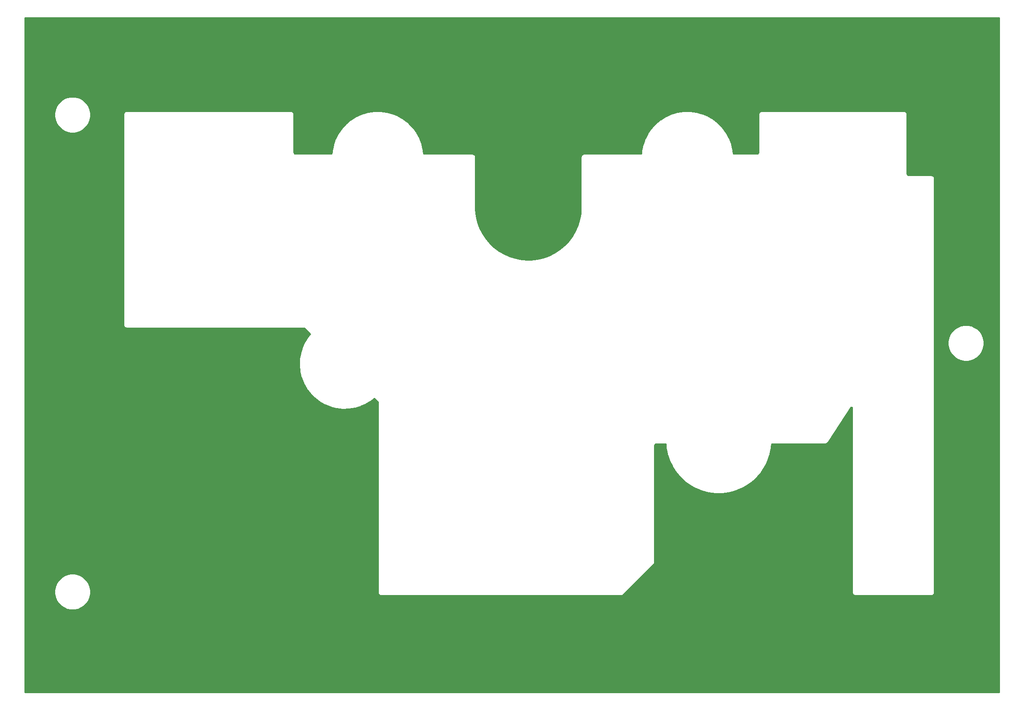
<source format=gbr>
G04 #@! TF.GenerationSoftware,KiCad,Pcbnew,(5.1.5-0-10_14)*
G04 #@! TF.CreationDate,2020-01-19T15:53:38+01:00*
G04 #@! TF.ProjectId,PCB-Negative,5043422d-4e65-4676-9174-6976652e6b69,rev?*
G04 #@! TF.SameCoordinates,Original*
G04 #@! TF.FileFunction,Copper,L1,Top*
G04 #@! TF.FilePolarity,Positive*
%FSLAX46Y46*%
G04 Gerber Fmt 4.6, Leading zero omitted, Abs format (unit mm)*
G04 Created by KiCad (PCBNEW (5.1.5-0-10_14)) date 2020-01-19 15:53:38*
%MOMM*%
%LPD*%
G04 APERTURE LIST*
%ADD10C,0.254000*%
G04 APERTURE END LIST*
D10*
G36*
X244340001Y-158340000D02*
G01*
X48660000Y-158340000D01*
X48660000Y-137741257D01*
X54557624Y-137741257D01*
X54557624Y-138458743D01*
X54697598Y-139162442D01*
X54972168Y-139825312D01*
X55370782Y-140421879D01*
X55878121Y-140929218D01*
X56474688Y-141327832D01*
X57137558Y-141602402D01*
X57841257Y-141742376D01*
X58558743Y-141742376D01*
X59262442Y-141602402D01*
X59925312Y-141327832D01*
X60521879Y-140929218D01*
X61029218Y-140421879D01*
X61427832Y-139825312D01*
X61702402Y-139162442D01*
X61842376Y-138458743D01*
X61842376Y-137741257D01*
X61702402Y-137037558D01*
X61427832Y-136374688D01*
X61029218Y-135778121D01*
X60521879Y-135270782D01*
X59925312Y-134872168D01*
X59262442Y-134597598D01*
X58558743Y-134457624D01*
X57841257Y-134457624D01*
X57137558Y-134597598D01*
X56474688Y-134872168D01*
X55878121Y-135270782D01*
X55370782Y-135778121D01*
X54972168Y-136374688D01*
X54697598Y-137037558D01*
X54557624Y-137741257D01*
X48660000Y-137741257D01*
X48660000Y-41841257D01*
X54557624Y-41841257D01*
X54557624Y-42558743D01*
X54697598Y-43262442D01*
X54972168Y-43925312D01*
X55370782Y-44521879D01*
X55878121Y-45029218D01*
X56474688Y-45427832D01*
X57137558Y-45702402D01*
X57841257Y-45842376D01*
X58558743Y-45842376D01*
X59262442Y-45702402D01*
X59925312Y-45427832D01*
X60521879Y-45029218D01*
X61029218Y-44521879D01*
X61427832Y-43925312D01*
X61702402Y-43262442D01*
X61842376Y-42558743D01*
X61842376Y-42100000D01*
X68436807Y-42100000D01*
X68440000Y-42132419D01*
X68440001Y-64767572D01*
X68440000Y-64767582D01*
X68440001Y-84367571D01*
X68436807Y-84400000D01*
X68449550Y-84529383D01*
X68487290Y-84653793D01*
X68548575Y-84768450D01*
X68631052Y-84868948D01*
X68731550Y-84951425D01*
X68846207Y-85012710D01*
X68970617Y-85050450D01*
X69067581Y-85060000D01*
X69100000Y-85063193D01*
X69132419Y-85060000D01*
X104727266Y-85060000D01*
X105950042Y-86278692D01*
X105588181Y-86694862D01*
X105563200Y-86727884D01*
X105537831Y-86760699D01*
X105534016Y-86766462D01*
X104901868Y-87732226D01*
X104881564Y-87768396D01*
X104860919Y-87804289D01*
X104857921Y-87810516D01*
X104362692Y-88853137D01*
X104347489Y-88891718D01*
X104331903Y-88930089D01*
X104329783Y-88936652D01*
X104329777Y-88936666D01*
X104329774Y-88936680D01*
X103980630Y-90036851D01*
X103970818Y-90077076D01*
X103960568Y-90117270D01*
X103959359Y-90124055D01*
X103959355Y-90124073D01*
X103959353Y-90124090D01*
X103762751Y-91261464D01*
X103758491Y-91302640D01*
X103753789Y-91343862D01*
X103753511Y-91350768D01*
X103713087Y-92504318D01*
X103714456Y-92545755D01*
X103715391Y-92587169D01*
X103716051Y-92594033D01*
X103716052Y-92594049D01*
X103716054Y-92594063D01*
X103832557Y-93742412D01*
X103839531Y-93783245D01*
X103846083Y-93824184D01*
X103847669Y-93830895D01*
X103847672Y-93830910D01*
X103847676Y-93830924D01*
X104118950Y-94952836D01*
X104131396Y-94992328D01*
X104143449Y-95032016D01*
X104145932Y-95038450D01*
X104145936Y-95038464D01*
X104145942Y-95038476D01*
X104566967Y-96113195D01*
X104584653Y-96150623D01*
X104601985Y-96188317D01*
X104605325Y-96194368D01*
X105168317Y-97202014D01*
X105190939Y-97236726D01*
X105213207Y-97271689D01*
X105217332Y-97277223D01*
X105217337Y-97277231D01*
X105217343Y-97277238D01*
X105911873Y-98199146D01*
X105938985Y-98230453D01*
X105965803Y-98262084D01*
X105970647Y-98267014D01*
X106783876Y-99086142D01*
X106814986Y-99113479D01*
X106845850Y-99141179D01*
X106851318Y-99145406D01*
X107768191Y-99846586D01*
X107802741Y-99869460D01*
X107837060Y-99892702D01*
X107843051Y-99896148D01*
X108846603Y-100466407D01*
X108883932Y-100484378D01*
X108921094Y-100502750D01*
X108927484Y-100505345D01*
X108927497Y-100505351D01*
X108927510Y-100505355D01*
X109999156Y-100934137D01*
X110038614Y-100946887D01*
X110077891Y-100960034D01*
X110084587Y-100961742D01*
X111204525Y-101241119D01*
X111245307Y-101248389D01*
X111286044Y-101256091D01*
X111292911Y-101256874D01*
X112440402Y-101381674D01*
X112481799Y-101383342D01*
X112523200Y-101385444D01*
X112530109Y-101385288D01*
X113683920Y-101353201D01*
X113725178Y-101349233D01*
X113766464Y-101345699D01*
X113773288Y-101344607D01*
X114912070Y-101156226D01*
X114952421Y-101146693D01*
X114992832Y-101137591D01*
X114999445Y-101135583D01*
X116102124Y-100794395D01*
X116140789Y-100779481D01*
X116179610Y-100764972D01*
X116185881Y-100762088D01*
X116185888Y-100762085D01*
X116185894Y-100762082D01*
X117232061Y-100274402D01*
X117268311Y-100254397D01*
X117304836Y-100234736D01*
X117310665Y-100231023D01*
X118280972Y-99605872D01*
X118314218Y-99581098D01*
X118347691Y-99556695D01*
X118352963Y-99552226D01*
X118782358Y-99184281D01*
X119540000Y-99887806D01*
X119540001Y-107767572D01*
X119540000Y-107767582D01*
X119540001Y-138167571D01*
X119536807Y-138200000D01*
X119549550Y-138329383D01*
X119587290Y-138453793D01*
X119648575Y-138568450D01*
X119731052Y-138668948D01*
X119831550Y-138751425D01*
X119946207Y-138812710D01*
X120070617Y-138850450D01*
X120167581Y-138860000D01*
X120200000Y-138863193D01*
X120232419Y-138860000D01*
X168367591Y-138860000D01*
X168400000Y-138863192D01*
X168432409Y-138860000D01*
X168432419Y-138860000D01*
X168529383Y-138850450D01*
X168653793Y-138812710D01*
X168768450Y-138751425D01*
X168868948Y-138668948D01*
X168889616Y-138643764D01*
X174943770Y-132589611D01*
X174968948Y-132568948D01*
X175051425Y-132468450D01*
X175112710Y-132353793D01*
X175150450Y-132229383D01*
X175160000Y-132132419D01*
X175160000Y-132132412D01*
X175163192Y-132100000D01*
X175160000Y-132067588D01*
X175160000Y-108632276D01*
X175167675Y-108554001D01*
X175181035Y-108509750D01*
X175202736Y-108468937D01*
X175231949Y-108433117D01*
X175267566Y-108403653D01*
X175308220Y-108381672D01*
X175352377Y-108368003D01*
X175428518Y-108360000D01*
X177380218Y-108360000D01*
X177420155Y-108994773D01*
X177430543Y-109077003D01*
X177665858Y-110310571D01*
X177686470Y-110390850D01*
X177686476Y-110390864D01*
X178074533Y-111585182D01*
X178074537Y-111585197D01*
X178105049Y-111662260D01*
X178639747Y-112798551D01*
X178679676Y-112871183D01*
X178679684Y-112871194D01*
X179352567Y-113931487D01*
X179352573Y-113931499D01*
X179401291Y-113998553D01*
X180201775Y-114966171D01*
X180258513Y-115026591D01*
X180258522Y-115026598D01*
X181173959Y-115886251D01*
X181237822Y-115939084D01*
X181237833Y-115939091D01*
X182253786Y-116677224D01*
X182253793Y-116677230D01*
X182298205Y-116705415D01*
X182323775Y-116721642D01*
X182323781Y-116721645D01*
X183424238Y-117326627D01*
X183424250Y-117326634D01*
X183499245Y-117361924D01*
X184666862Y-117824216D01*
X184666867Y-117824218D01*
X184745694Y-117849830D01*
X185962052Y-118162138D01*
X186043467Y-118177669D01*
X187289375Y-118335063D01*
X187372095Y-118340267D01*
X188627905Y-118340267D01*
X188710625Y-118335063D01*
X189956531Y-118177669D01*
X189956533Y-118177669D01*
X190037949Y-118162138D01*
X191254306Y-117849830D01*
X191333133Y-117824218D01*
X191333138Y-117824216D01*
X192500750Y-117361926D01*
X192500756Y-117361924D01*
X192536046Y-117345317D01*
X192575750Y-117326634D01*
X192575755Y-117326631D01*
X193676213Y-116721648D01*
X193676226Y-116721642D01*
X193719037Y-116694472D01*
X193746207Y-116677230D01*
X193746214Y-116677224D01*
X194762179Y-115939083D01*
X194826042Y-115886251D01*
X194826049Y-115886243D01*
X195741478Y-115026598D01*
X195741487Y-115026591D01*
X195798225Y-114966171D01*
X196598701Y-113998562D01*
X196598709Y-113998553D01*
X196647426Y-113931499D01*
X197320319Y-112871190D01*
X197320324Y-112871183D01*
X197360253Y-112798551D01*
X197894951Y-111662261D01*
X197925463Y-111585197D01*
X197925467Y-111585182D01*
X198313524Y-110390864D01*
X198313530Y-110390850D01*
X198334142Y-110310570D01*
X198569457Y-109077003D01*
X198579845Y-108994773D01*
X198619782Y-108360000D01*
X209370164Y-108360000D01*
X209405159Y-108363172D01*
X209467135Y-108356581D01*
X209529383Y-108350450D01*
X209531867Y-108349697D01*
X209534439Y-108349423D01*
X209594010Y-108330845D01*
X209653793Y-108312710D01*
X209656077Y-108311489D01*
X209658553Y-108310717D01*
X209713374Y-108280863D01*
X209768450Y-108251425D01*
X209770456Y-108249779D01*
X209772729Y-108248541D01*
X209820678Y-108208562D01*
X209868948Y-108168948D01*
X209870593Y-108166943D01*
X209872582Y-108165285D01*
X209911778Y-108116760D01*
X209951425Y-108068450D01*
X209967996Y-108037447D01*
X214570738Y-101031557D01*
X214601953Y-100995821D01*
X214624059Y-100978759D01*
X214649054Y-100966318D01*
X214675986Y-100958969D01*
X214703839Y-100956991D01*
X214731541Y-100960460D01*
X214758046Y-100969245D01*
X214782339Y-100983010D01*
X214803491Y-101001228D01*
X214820709Y-101023216D01*
X214833322Y-101048119D01*
X214840000Y-101071936D01*
X214840001Y-138167571D01*
X214836807Y-138200000D01*
X214849550Y-138329383D01*
X214887290Y-138453793D01*
X214948575Y-138568450D01*
X215031052Y-138668948D01*
X215131550Y-138751425D01*
X215246207Y-138812710D01*
X215370617Y-138850450D01*
X215467581Y-138860000D01*
X215500000Y-138863193D01*
X215532419Y-138860000D01*
X230667581Y-138860000D01*
X230700000Y-138863193D01*
X230732419Y-138860000D01*
X230829383Y-138850450D01*
X230953793Y-138812710D01*
X231068450Y-138751425D01*
X231168948Y-138668948D01*
X231251425Y-138568450D01*
X231312710Y-138453793D01*
X231350450Y-138329383D01*
X231363193Y-138200000D01*
X231360000Y-138167581D01*
X231360000Y-87741257D01*
X234057624Y-87741257D01*
X234057624Y-88458743D01*
X234197598Y-89162442D01*
X234472168Y-89825312D01*
X234870782Y-90421879D01*
X235378121Y-90929218D01*
X235974688Y-91327832D01*
X236637558Y-91602402D01*
X237341257Y-91742376D01*
X238058743Y-91742376D01*
X238762442Y-91602402D01*
X239425312Y-91327832D01*
X240021879Y-90929218D01*
X240529218Y-90421879D01*
X240927832Y-89825312D01*
X241202402Y-89162442D01*
X241342376Y-88458743D01*
X241342376Y-87741257D01*
X241202402Y-87037558D01*
X240927832Y-86374688D01*
X240529218Y-85778121D01*
X240021879Y-85270782D01*
X239425312Y-84872168D01*
X238762442Y-84597598D01*
X238058743Y-84457624D01*
X237341257Y-84457624D01*
X236637558Y-84597598D01*
X235974688Y-84872168D01*
X235378121Y-85270782D01*
X234870782Y-85778121D01*
X234472168Y-86374688D01*
X234197598Y-87037558D01*
X234057624Y-87741257D01*
X231360000Y-87741257D01*
X231360000Y-55032419D01*
X231363193Y-55000000D01*
X231350450Y-54870617D01*
X231312710Y-54746207D01*
X231251425Y-54631550D01*
X231168948Y-54531052D01*
X231068450Y-54448575D01*
X230953793Y-54387290D01*
X230829383Y-54349550D01*
X230732419Y-54340000D01*
X230700000Y-54336807D01*
X230667581Y-54340000D01*
X226232279Y-54340000D01*
X226134576Y-54330420D01*
X226071643Y-54311420D01*
X226013594Y-54280554D01*
X225962657Y-54239011D01*
X225920752Y-54188356D01*
X225889485Y-54130529D01*
X225870044Y-54067728D01*
X225860000Y-53972165D01*
X225860000Y-42132419D01*
X225863193Y-42100000D01*
X225850450Y-41970617D01*
X225812710Y-41846207D01*
X225751425Y-41731550D01*
X225668948Y-41631052D01*
X225568450Y-41548575D01*
X225453793Y-41487290D01*
X225329383Y-41449550D01*
X225232419Y-41440000D01*
X225200000Y-41436807D01*
X225167581Y-41440000D01*
X196732419Y-41440000D01*
X196700000Y-41436807D01*
X196667581Y-41440000D01*
X196570617Y-41449550D01*
X196446207Y-41487290D01*
X196331550Y-41548575D01*
X196231052Y-41631052D01*
X196148575Y-41731550D01*
X196087290Y-41846207D01*
X196049550Y-41970617D01*
X196036807Y-42100000D01*
X196040000Y-42132419D01*
X196040001Y-49667711D01*
X196030420Y-49765424D01*
X196011420Y-49828357D01*
X195980554Y-49886406D01*
X195939011Y-49937343D01*
X195888356Y-49979248D01*
X195830529Y-50010515D01*
X195767728Y-50029956D01*
X195672165Y-50040000D01*
X190916713Y-50040000D01*
X190865707Y-49391903D01*
X190859653Y-49350904D01*
X190854029Y-49309846D01*
X190852595Y-49303101D01*
X190852593Y-49303086D01*
X190852589Y-49303072D01*
X190603376Y-48160076D01*
X190591815Y-48120282D01*
X190580670Y-48080363D01*
X190578333Y-48073875D01*
X190578329Y-48073861D01*
X190578323Y-48073848D01*
X190176293Y-46975249D01*
X190159431Y-46937377D01*
X190142978Y-46899356D01*
X190139783Y-46893244D01*
X190139777Y-46893231D01*
X190139770Y-46893220D01*
X189592362Y-45859346D01*
X189570497Y-45824081D01*
X189549055Y-45788676D01*
X189545052Y-45783042D01*
X188862389Y-44833017D01*
X188835953Y-44801061D01*
X188809892Y-44768878D01*
X188805169Y-44763849D01*
X188805162Y-44763840D01*
X188805154Y-44763833D01*
X187999880Y-43915251D01*
X187969362Y-43887188D01*
X187939164Y-43858830D01*
X187933801Y-43854488D01*
X187933794Y-43854481D01*
X187933786Y-43854476D01*
X187020797Y-43123033D01*
X186986795Y-43099400D01*
X186952986Y-43075374D01*
X186947082Y-43071799D01*
X186947075Y-43071794D01*
X186947068Y-43071791D01*
X185943255Y-42471021D01*
X185906377Y-42452231D01*
X185869603Y-42433006D01*
X185863261Y-42430262D01*
X184787196Y-41971281D01*
X184748110Y-41957670D01*
X184709066Y-41943613D01*
X184702414Y-41941756D01*
X184702406Y-41941754D01*
X183574009Y-41633060D01*
X183533400Y-41624872D01*
X183492847Y-41616252D01*
X183486003Y-41615314D01*
X183485999Y-41615314D01*
X182326145Y-41462616D01*
X182284782Y-41460014D01*
X182243454Y-41456979D01*
X182236542Y-41456979D01*
X181066696Y-41463104D01*
X181025374Y-41466138D01*
X180984004Y-41468741D01*
X180977157Y-41469679D01*
X179818964Y-41634515D01*
X179778403Y-41643136D01*
X179737802Y-41651323D01*
X179731161Y-41653178D01*
X179731146Y-41653181D01*
X179731133Y-41653186D01*
X178606041Y-41973676D01*
X178567043Y-41987716D01*
X178527911Y-42001343D01*
X178521577Y-42004084D01*
X178521569Y-42004087D01*
X178521562Y-42004090D01*
X177450368Y-42474312D01*
X177413654Y-42493506D01*
X177376716Y-42512326D01*
X177370817Y-42515900D01*
X177370805Y-42515906D01*
X177370795Y-42515913D01*
X176373333Y-43127159D01*
X176339583Y-43151143D01*
X176305521Y-43174817D01*
X176300161Y-43179159D01*
X176300151Y-43179166D01*
X176300143Y-43179174D01*
X175394864Y-43920136D01*
X175364697Y-43948464D01*
X175334147Y-43976556D01*
X175329417Y-43981594D01*
X174533067Y-44838569D01*
X174506967Y-44870800D01*
X174480570Y-44902708D01*
X174476572Y-44908334D01*
X174476566Y-44908341D01*
X174476562Y-44908348D01*
X173803888Y-45865464D01*
X173782417Y-45900918D01*
X173760582Y-45936134D01*
X173757380Y-45942259D01*
X173220823Y-46981819D01*
X173204364Y-47019851D01*
X173187507Y-47057714D01*
X173185166Y-47064216D01*
X172794659Y-48166978D01*
X172783523Y-48206861D01*
X172771952Y-48246691D01*
X172770515Y-48253451D01*
X172533282Y-49399007D01*
X172527660Y-49440050D01*
X172521603Y-49481063D01*
X172521097Y-49487956D01*
X172483462Y-50040000D01*
X161032419Y-50040000D01*
X161000000Y-50036807D01*
X160954432Y-50041295D01*
X160870617Y-50049550D01*
X160746207Y-50087290D01*
X160631550Y-50148575D01*
X160531052Y-50231052D01*
X160448575Y-50331550D01*
X160387290Y-50446207D01*
X160349550Y-50570617D01*
X160336807Y-50700000D01*
X160340000Y-50732419D01*
X160340001Y-58067572D01*
X160340000Y-58067582D01*
X160340001Y-60780686D01*
X160266897Y-62029575D01*
X160051959Y-63242363D01*
X159696993Y-64421784D01*
X159206847Y-65551739D01*
X158588214Y-66616793D01*
X157849547Y-67602395D01*
X157000932Y-68495087D01*
X156053970Y-69282668D01*
X155021574Y-69954395D01*
X153917861Y-70501083D01*
X152757912Y-70915263D01*
X151557556Y-71191285D01*
X150322293Y-71326568D01*
X149791635Y-71340000D01*
X149719298Y-71340000D01*
X148470425Y-71266897D01*
X147257637Y-71051959D01*
X146078216Y-70696993D01*
X144948261Y-70206847D01*
X143883207Y-69588214D01*
X142897605Y-68849547D01*
X142004913Y-68000932D01*
X141217332Y-67053970D01*
X140545605Y-66021574D01*
X139998917Y-64917861D01*
X139584737Y-63757912D01*
X139308715Y-62557556D01*
X139173432Y-61322293D01*
X139160000Y-60791635D01*
X139160000Y-50732419D01*
X139163193Y-50700000D01*
X139150450Y-50570617D01*
X139112710Y-50446207D01*
X139051425Y-50331550D01*
X138968948Y-50231052D01*
X138868450Y-50148575D01*
X138753793Y-50087290D01*
X138629383Y-50049550D01*
X138532419Y-50040000D01*
X138500000Y-50036807D01*
X138467581Y-50040000D01*
X128716713Y-50040000D01*
X128665707Y-49391903D01*
X128659653Y-49350904D01*
X128654029Y-49309846D01*
X128652595Y-49303101D01*
X128652593Y-49303086D01*
X128652589Y-49303072D01*
X128403376Y-48160076D01*
X128391815Y-48120282D01*
X128380670Y-48080363D01*
X128378333Y-48073875D01*
X128378329Y-48073861D01*
X128378323Y-48073848D01*
X127976293Y-46975249D01*
X127959431Y-46937377D01*
X127942978Y-46899356D01*
X127939783Y-46893244D01*
X127939777Y-46893231D01*
X127939770Y-46893220D01*
X127392362Y-45859346D01*
X127370497Y-45824081D01*
X127349055Y-45788676D01*
X127345052Y-45783042D01*
X126662389Y-44833017D01*
X126635953Y-44801061D01*
X126609892Y-44768878D01*
X126605169Y-44763849D01*
X126605162Y-44763840D01*
X126605154Y-44763833D01*
X125799880Y-43915251D01*
X125769362Y-43887188D01*
X125739164Y-43858830D01*
X125733801Y-43854488D01*
X125733794Y-43854481D01*
X125733786Y-43854476D01*
X124820797Y-43123033D01*
X124786795Y-43099400D01*
X124752986Y-43075374D01*
X124747082Y-43071799D01*
X124747075Y-43071794D01*
X124747068Y-43071791D01*
X123743255Y-42471021D01*
X123706377Y-42452231D01*
X123669603Y-42433006D01*
X123663261Y-42430262D01*
X122587196Y-41971281D01*
X122548110Y-41957670D01*
X122509066Y-41943613D01*
X122502414Y-41941756D01*
X122502406Y-41941754D01*
X121374009Y-41633060D01*
X121333400Y-41624872D01*
X121292847Y-41616252D01*
X121286003Y-41615314D01*
X121285999Y-41615314D01*
X120126145Y-41462616D01*
X120084782Y-41460014D01*
X120043454Y-41456979D01*
X120036542Y-41456979D01*
X118866696Y-41463104D01*
X118825374Y-41466138D01*
X118784004Y-41468741D01*
X118777157Y-41469679D01*
X117618964Y-41634515D01*
X117578403Y-41643136D01*
X117537802Y-41651323D01*
X117531161Y-41653178D01*
X117531146Y-41653181D01*
X117531133Y-41653186D01*
X116406041Y-41973676D01*
X116367043Y-41987716D01*
X116327911Y-42001343D01*
X116321577Y-42004084D01*
X116321569Y-42004087D01*
X116321562Y-42004090D01*
X115250368Y-42474312D01*
X115213654Y-42493506D01*
X115176716Y-42512326D01*
X115170817Y-42515900D01*
X115170805Y-42515906D01*
X115170795Y-42515913D01*
X114173333Y-43127159D01*
X114139583Y-43151143D01*
X114105521Y-43174817D01*
X114100161Y-43179159D01*
X114100151Y-43179166D01*
X114100143Y-43179174D01*
X113194864Y-43920136D01*
X113164697Y-43948464D01*
X113134147Y-43976556D01*
X113129417Y-43981594D01*
X112333067Y-44838569D01*
X112306967Y-44870800D01*
X112280570Y-44902708D01*
X112276572Y-44908334D01*
X112276566Y-44908341D01*
X112276562Y-44908348D01*
X111603888Y-45865464D01*
X111582417Y-45900918D01*
X111560582Y-45936134D01*
X111557380Y-45942259D01*
X111020823Y-46981819D01*
X111004364Y-47019851D01*
X110987507Y-47057714D01*
X110985166Y-47064216D01*
X110594659Y-48166978D01*
X110583523Y-48206861D01*
X110571952Y-48246691D01*
X110570515Y-48253451D01*
X110333282Y-49399007D01*
X110327660Y-49440050D01*
X110321603Y-49481063D01*
X110321097Y-49487956D01*
X110283462Y-50040000D01*
X103032279Y-50040000D01*
X102934576Y-50030420D01*
X102871643Y-50011420D01*
X102813594Y-49980554D01*
X102762657Y-49939011D01*
X102720752Y-49888356D01*
X102689485Y-49830529D01*
X102670044Y-49767728D01*
X102660000Y-49672165D01*
X102660000Y-42132419D01*
X102663193Y-42100000D01*
X102650450Y-41970617D01*
X102612710Y-41846207D01*
X102551425Y-41731550D01*
X102468948Y-41631052D01*
X102368450Y-41548575D01*
X102253793Y-41487290D01*
X102129383Y-41449550D01*
X102032419Y-41440000D01*
X102000000Y-41436807D01*
X101967581Y-41440000D01*
X69132419Y-41440000D01*
X69100000Y-41436807D01*
X69067581Y-41440000D01*
X68970617Y-41449550D01*
X68846207Y-41487290D01*
X68731550Y-41548575D01*
X68631052Y-41631052D01*
X68548575Y-41731550D01*
X68487290Y-41846207D01*
X68449550Y-41970617D01*
X68436807Y-42100000D01*
X61842376Y-42100000D01*
X61842376Y-41841257D01*
X61702402Y-41137558D01*
X61427832Y-40474688D01*
X61029218Y-39878121D01*
X60521879Y-39370782D01*
X59925312Y-38972168D01*
X59262442Y-38697598D01*
X58558743Y-38557624D01*
X57841257Y-38557624D01*
X57137558Y-38697598D01*
X56474688Y-38972168D01*
X55878121Y-39370782D01*
X55370782Y-39878121D01*
X54972168Y-40474688D01*
X54697598Y-41137558D01*
X54557624Y-41841257D01*
X48660000Y-41841257D01*
X48660000Y-22660000D01*
X244340000Y-22660000D01*
X244340001Y-158340000D01*
G37*
X244340001Y-158340000D02*
X48660000Y-158340000D01*
X48660000Y-137741257D01*
X54557624Y-137741257D01*
X54557624Y-138458743D01*
X54697598Y-139162442D01*
X54972168Y-139825312D01*
X55370782Y-140421879D01*
X55878121Y-140929218D01*
X56474688Y-141327832D01*
X57137558Y-141602402D01*
X57841257Y-141742376D01*
X58558743Y-141742376D01*
X59262442Y-141602402D01*
X59925312Y-141327832D01*
X60521879Y-140929218D01*
X61029218Y-140421879D01*
X61427832Y-139825312D01*
X61702402Y-139162442D01*
X61842376Y-138458743D01*
X61842376Y-137741257D01*
X61702402Y-137037558D01*
X61427832Y-136374688D01*
X61029218Y-135778121D01*
X60521879Y-135270782D01*
X59925312Y-134872168D01*
X59262442Y-134597598D01*
X58558743Y-134457624D01*
X57841257Y-134457624D01*
X57137558Y-134597598D01*
X56474688Y-134872168D01*
X55878121Y-135270782D01*
X55370782Y-135778121D01*
X54972168Y-136374688D01*
X54697598Y-137037558D01*
X54557624Y-137741257D01*
X48660000Y-137741257D01*
X48660000Y-41841257D01*
X54557624Y-41841257D01*
X54557624Y-42558743D01*
X54697598Y-43262442D01*
X54972168Y-43925312D01*
X55370782Y-44521879D01*
X55878121Y-45029218D01*
X56474688Y-45427832D01*
X57137558Y-45702402D01*
X57841257Y-45842376D01*
X58558743Y-45842376D01*
X59262442Y-45702402D01*
X59925312Y-45427832D01*
X60521879Y-45029218D01*
X61029218Y-44521879D01*
X61427832Y-43925312D01*
X61702402Y-43262442D01*
X61842376Y-42558743D01*
X61842376Y-42100000D01*
X68436807Y-42100000D01*
X68440000Y-42132419D01*
X68440001Y-64767572D01*
X68440000Y-64767582D01*
X68440001Y-84367571D01*
X68436807Y-84400000D01*
X68449550Y-84529383D01*
X68487290Y-84653793D01*
X68548575Y-84768450D01*
X68631052Y-84868948D01*
X68731550Y-84951425D01*
X68846207Y-85012710D01*
X68970617Y-85050450D01*
X69067581Y-85060000D01*
X69100000Y-85063193D01*
X69132419Y-85060000D01*
X104727266Y-85060000D01*
X105950042Y-86278692D01*
X105588181Y-86694862D01*
X105563200Y-86727884D01*
X105537831Y-86760699D01*
X105534016Y-86766462D01*
X104901868Y-87732226D01*
X104881564Y-87768396D01*
X104860919Y-87804289D01*
X104857921Y-87810516D01*
X104362692Y-88853137D01*
X104347489Y-88891718D01*
X104331903Y-88930089D01*
X104329783Y-88936652D01*
X104329777Y-88936666D01*
X104329774Y-88936680D01*
X103980630Y-90036851D01*
X103970818Y-90077076D01*
X103960568Y-90117270D01*
X103959359Y-90124055D01*
X103959355Y-90124073D01*
X103959353Y-90124090D01*
X103762751Y-91261464D01*
X103758491Y-91302640D01*
X103753789Y-91343862D01*
X103753511Y-91350768D01*
X103713087Y-92504318D01*
X103714456Y-92545755D01*
X103715391Y-92587169D01*
X103716051Y-92594033D01*
X103716052Y-92594049D01*
X103716054Y-92594063D01*
X103832557Y-93742412D01*
X103839531Y-93783245D01*
X103846083Y-93824184D01*
X103847669Y-93830895D01*
X103847672Y-93830910D01*
X103847676Y-93830924D01*
X104118950Y-94952836D01*
X104131396Y-94992328D01*
X104143449Y-95032016D01*
X104145932Y-95038450D01*
X104145936Y-95038464D01*
X104145942Y-95038476D01*
X104566967Y-96113195D01*
X104584653Y-96150623D01*
X104601985Y-96188317D01*
X104605325Y-96194368D01*
X105168317Y-97202014D01*
X105190939Y-97236726D01*
X105213207Y-97271689D01*
X105217332Y-97277223D01*
X105217337Y-97277231D01*
X105217343Y-97277238D01*
X105911873Y-98199146D01*
X105938985Y-98230453D01*
X105965803Y-98262084D01*
X105970647Y-98267014D01*
X106783876Y-99086142D01*
X106814986Y-99113479D01*
X106845850Y-99141179D01*
X106851318Y-99145406D01*
X107768191Y-99846586D01*
X107802741Y-99869460D01*
X107837060Y-99892702D01*
X107843051Y-99896148D01*
X108846603Y-100466407D01*
X108883932Y-100484378D01*
X108921094Y-100502750D01*
X108927484Y-100505345D01*
X108927497Y-100505351D01*
X108927510Y-100505355D01*
X109999156Y-100934137D01*
X110038614Y-100946887D01*
X110077891Y-100960034D01*
X110084587Y-100961742D01*
X111204525Y-101241119D01*
X111245307Y-101248389D01*
X111286044Y-101256091D01*
X111292911Y-101256874D01*
X112440402Y-101381674D01*
X112481799Y-101383342D01*
X112523200Y-101385444D01*
X112530109Y-101385288D01*
X113683920Y-101353201D01*
X113725178Y-101349233D01*
X113766464Y-101345699D01*
X113773288Y-101344607D01*
X114912070Y-101156226D01*
X114952421Y-101146693D01*
X114992832Y-101137591D01*
X114999445Y-101135583D01*
X116102124Y-100794395D01*
X116140789Y-100779481D01*
X116179610Y-100764972D01*
X116185881Y-100762088D01*
X116185888Y-100762085D01*
X116185894Y-100762082D01*
X117232061Y-100274402D01*
X117268311Y-100254397D01*
X117304836Y-100234736D01*
X117310665Y-100231023D01*
X118280972Y-99605872D01*
X118314218Y-99581098D01*
X118347691Y-99556695D01*
X118352963Y-99552226D01*
X118782358Y-99184281D01*
X119540000Y-99887806D01*
X119540001Y-107767572D01*
X119540000Y-107767582D01*
X119540001Y-138167571D01*
X119536807Y-138200000D01*
X119549550Y-138329383D01*
X119587290Y-138453793D01*
X119648575Y-138568450D01*
X119731052Y-138668948D01*
X119831550Y-138751425D01*
X119946207Y-138812710D01*
X120070617Y-138850450D01*
X120167581Y-138860000D01*
X120200000Y-138863193D01*
X120232419Y-138860000D01*
X168367591Y-138860000D01*
X168400000Y-138863192D01*
X168432409Y-138860000D01*
X168432419Y-138860000D01*
X168529383Y-138850450D01*
X168653793Y-138812710D01*
X168768450Y-138751425D01*
X168868948Y-138668948D01*
X168889616Y-138643764D01*
X174943770Y-132589611D01*
X174968948Y-132568948D01*
X175051425Y-132468450D01*
X175112710Y-132353793D01*
X175150450Y-132229383D01*
X175160000Y-132132419D01*
X175160000Y-132132412D01*
X175163192Y-132100000D01*
X175160000Y-132067588D01*
X175160000Y-108632276D01*
X175167675Y-108554001D01*
X175181035Y-108509750D01*
X175202736Y-108468937D01*
X175231949Y-108433117D01*
X175267566Y-108403653D01*
X175308220Y-108381672D01*
X175352377Y-108368003D01*
X175428518Y-108360000D01*
X177380218Y-108360000D01*
X177420155Y-108994773D01*
X177430543Y-109077003D01*
X177665858Y-110310571D01*
X177686470Y-110390850D01*
X177686476Y-110390864D01*
X178074533Y-111585182D01*
X178074537Y-111585197D01*
X178105049Y-111662260D01*
X178639747Y-112798551D01*
X178679676Y-112871183D01*
X178679684Y-112871194D01*
X179352567Y-113931487D01*
X179352573Y-113931499D01*
X179401291Y-113998553D01*
X180201775Y-114966171D01*
X180258513Y-115026591D01*
X180258522Y-115026598D01*
X181173959Y-115886251D01*
X181237822Y-115939084D01*
X181237833Y-115939091D01*
X182253786Y-116677224D01*
X182253793Y-116677230D01*
X182298205Y-116705415D01*
X182323775Y-116721642D01*
X182323781Y-116721645D01*
X183424238Y-117326627D01*
X183424250Y-117326634D01*
X183499245Y-117361924D01*
X184666862Y-117824216D01*
X184666867Y-117824218D01*
X184745694Y-117849830D01*
X185962052Y-118162138D01*
X186043467Y-118177669D01*
X187289375Y-118335063D01*
X187372095Y-118340267D01*
X188627905Y-118340267D01*
X188710625Y-118335063D01*
X189956531Y-118177669D01*
X189956533Y-118177669D01*
X190037949Y-118162138D01*
X191254306Y-117849830D01*
X191333133Y-117824218D01*
X191333138Y-117824216D01*
X192500750Y-117361926D01*
X192500756Y-117361924D01*
X192536046Y-117345317D01*
X192575750Y-117326634D01*
X192575755Y-117326631D01*
X193676213Y-116721648D01*
X193676226Y-116721642D01*
X193719037Y-116694472D01*
X193746207Y-116677230D01*
X193746214Y-116677224D01*
X194762179Y-115939083D01*
X194826042Y-115886251D01*
X194826049Y-115886243D01*
X195741478Y-115026598D01*
X195741487Y-115026591D01*
X195798225Y-114966171D01*
X196598701Y-113998562D01*
X196598709Y-113998553D01*
X196647426Y-113931499D01*
X197320319Y-112871190D01*
X197320324Y-112871183D01*
X197360253Y-112798551D01*
X197894951Y-111662261D01*
X197925463Y-111585197D01*
X197925467Y-111585182D01*
X198313524Y-110390864D01*
X198313530Y-110390850D01*
X198334142Y-110310570D01*
X198569457Y-109077003D01*
X198579845Y-108994773D01*
X198619782Y-108360000D01*
X209370164Y-108360000D01*
X209405159Y-108363172D01*
X209467135Y-108356581D01*
X209529383Y-108350450D01*
X209531867Y-108349697D01*
X209534439Y-108349423D01*
X209594010Y-108330845D01*
X209653793Y-108312710D01*
X209656077Y-108311489D01*
X209658553Y-108310717D01*
X209713374Y-108280863D01*
X209768450Y-108251425D01*
X209770456Y-108249779D01*
X209772729Y-108248541D01*
X209820678Y-108208562D01*
X209868948Y-108168948D01*
X209870593Y-108166943D01*
X209872582Y-108165285D01*
X209911778Y-108116760D01*
X209951425Y-108068450D01*
X209967996Y-108037447D01*
X214570738Y-101031557D01*
X214601953Y-100995821D01*
X214624059Y-100978759D01*
X214649054Y-100966318D01*
X214675986Y-100958969D01*
X214703839Y-100956991D01*
X214731541Y-100960460D01*
X214758046Y-100969245D01*
X214782339Y-100983010D01*
X214803491Y-101001228D01*
X214820709Y-101023216D01*
X214833322Y-101048119D01*
X214840000Y-101071936D01*
X214840001Y-138167571D01*
X214836807Y-138200000D01*
X214849550Y-138329383D01*
X214887290Y-138453793D01*
X214948575Y-138568450D01*
X215031052Y-138668948D01*
X215131550Y-138751425D01*
X215246207Y-138812710D01*
X215370617Y-138850450D01*
X215467581Y-138860000D01*
X215500000Y-138863193D01*
X215532419Y-138860000D01*
X230667581Y-138860000D01*
X230700000Y-138863193D01*
X230732419Y-138860000D01*
X230829383Y-138850450D01*
X230953793Y-138812710D01*
X231068450Y-138751425D01*
X231168948Y-138668948D01*
X231251425Y-138568450D01*
X231312710Y-138453793D01*
X231350450Y-138329383D01*
X231363193Y-138200000D01*
X231360000Y-138167581D01*
X231360000Y-87741257D01*
X234057624Y-87741257D01*
X234057624Y-88458743D01*
X234197598Y-89162442D01*
X234472168Y-89825312D01*
X234870782Y-90421879D01*
X235378121Y-90929218D01*
X235974688Y-91327832D01*
X236637558Y-91602402D01*
X237341257Y-91742376D01*
X238058743Y-91742376D01*
X238762442Y-91602402D01*
X239425312Y-91327832D01*
X240021879Y-90929218D01*
X240529218Y-90421879D01*
X240927832Y-89825312D01*
X241202402Y-89162442D01*
X241342376Y-88458743D01*
X241342376Y-87741257D01*
X241202402Y-87037558D01*
X240927832Y-86374688D01*
X240529218Y-85778121D01*
X240021879Y-85270782D01*
X239425312Y-84872168D01*
X238762442Y-84597598D01*
X238058743Y-84457624D01*
X237341257Y-84457624D01*
X236637558Y-84597598D01*
X235974688Y-84872168D01*
X235378121Y-85270782D01*
X234870782Y-85778121D01*
X234472168Y-86374688D01*
X234197598Y-87037558D01*
X234057624Y-87741257D01*
X231360000Y-87741257D01*
X231360000Y-55032419D01*
X231363193Y-55000000D01*
X231350450Y-54870617D01*
X231312710Y-54746207D01*
X231251425Y-54631550D01*
X231168948Y-54531052D01*
X231068450Y-54448575D01*
X230953793Y-54387290D01*
X230829383Y-54349550D01*
X230732419Y-54340000D01*
X230700000Y-54336807D01*
X230667581Y-54340000D01*
X226232279Y-54340000D01*
X226134576Y-54330420D01*
X226071643Y-54311420D01*
X226013594Y-54280554D01*
X225962657Y-54239011D01*
X225920752Y-54188356D01*
X225889485Y-54130529D01*
X225870044Y-54067728D01*
X225860000Y-53972165D01*
X225860000Y-42132419D01*
X225863193Y-42100000D01*
X225850450Y-41970617D01*
X225812710Y-41846207D01*
X225751425Y-41731550D01*
X225668948Y-41631052D01*
X225568450Y-41548575D01*
X225453793Y-41487290D01*
X225329383Y-41449550D01*
X225232419Y-41440000D01*
X225200000Y-41436807D01*
X225167581Y-41440000D01*
X196732419Y-41440000D01*
X196700000Y-41436807D01*
X196667581Y-41440000D01*
X196570617Y-41449550D01*
X196446207Y-41487290D01*
X196331550Y-41548575D01*
X196231052Y-41631052D01*
X196148575Y-41731550D01*
X196087290Y-41846207D01*
X196049550Y-41970617D01*
X196036807Y-42100000D01*
X196040000Y-42132419D01*
X196040001Y-49667711D01*
X196030420Y-49765424D01*
X196011420Y-49828357D01*
X195980554Y-49886406D01*
X195939011Y-49937343D01*
X195888356Y-49979248D01*
X195830529Y-50010515D01*
X195767728Y-50029956D01*
X195672165Y-50040000D01*
X190916713Y-50040000D01*
X190865707Y-49391903D01*
X190859653Y-49350904D01*
X190854029Y-49309846D01*
X190852595Y-49303101D01*
X190852593Y-49303086D01*
X190852589Y-49303072D01*
X190603376Y-48160076D01*
X190591815Y-48120282D01*
X190580670Y-48080363D01*
X190578333Y-48073875D01*
X190578329Y-48073861D01*
X190578323Y-48073848D01*
X190176293Y-46975249D01*
X190159431Y-46937377D01*
X190142978Y-46899356D01*
X190139783Y-46893244D01*
X190139777Y-46893231D01*
X190139770Y-46893220D01*
X189592362Y-45859346D01*
X189570497Y-45824081D01*
X189549055Y-45788676D01*
X189545052Y-45783042D01*
X188862389Y-44833017D01*
X188835953Y-44801061D01*
X188809892Y-44768878D01*
X188805169Y-44763849D01*
X188805162Y-44763840D01*
X188805154Y-44763833D01*
X187999880Y-43915251D01*
X187969362Y-43887188D01*
X187939164Y-43858830D01*
X187933801Y-43854488D01*
X187933794Y-43854481D01*
X187933786Y-43854476D01*
X187020797Y-43123033D01*
X186986795Y-43099400D01*
X186952986Y-43075374D01*
X186947082Y-43071799D01*
X186947075Y-43071794D01*
X186947068Y-43071791D01*
X185943255Y-42471021D01*
X185906377Y-42452231D01*
X185869603Y-42433006D01*
X185863261Y-42430262D01*
X184787196Y-41971281D01*
X184748110Y-41957670D01*
X184709066Y-41943613D01*
X184702414Y-41941756D01*
X184702406Y-41941754D01*
X183574009Y-41633060D01*
X183533400Y-41624872D01*
X183492847Y-41616252D01*
X183486003Y-41615314D01*
X183485999Y-41615314D01*
X182326145Y-41462616D01*
X182284782Y-41460014D01*
X182243454Y-41456979D01*
X182236542Y-41456979D01*
X181066696Y-41463104D01*
X181025374Y-41466138D01*
X180984004Y-41468741D01*
X180977157Y-41469679D01*
X179818964Y-41634515D01*
X179778403Y-41643136D01*
X179737802Y-41651323D01*
X179731161Y-41653178D01*
X179731146Y-41653181D01*
X179731133Y-41653186D01*
X178606041Y-41973676D01*
X178567043Y-41987716D01*
X178527911Y-42001343D01*
X178521577Y-42004084D01*
X178521569Y-42004087D01*
X178521562Y-42004090D01*
X177450368Y-42474312D01*
X177413654Y-42493506D01*
X177376716Y-42512326D01*
X177370817Y-42515900D01*
X177370805Y-42515906D01*
X177370795Y-42515913D01*
X176373333Y-43127159D01*
X176339583Y-43151143D01*
X176305521Y-43174817D01*
X176300161Y-43179159D01*
X176300151Y-43179166D01*
X176300143Y-43179174D01*
X175394864Y-43920136D01*
X175364697Y-43948464D01*
X175334147Y-43976556D01*
X175329417Y-43981594D01*
X174533067Y-44838569D01*
X174506967Y-44870800D01*
X174480570Y-44902708D01*
X174476572Y-44908334D01*
X174476566Y-44908341D01*
X174476562Y-44908348D01*
X173803888Y-45865464D01*
X173782417Y-45900918D01*
X173760582Y-45936134D01*
X173757380Y-45942259D01*
X173220823Y-46981819D01*
X173204364Y-47019851D01*
X173187507Y-47057714D01*
X173185166Y-47064216D01*
X172794659Y-48166978D01*
X172783523Y-48206861D01*
X172771952Y-48246691D01*
X172770515Y-48253451D01*
X172533282Y-49399007D01*
X172527660Y-49440050D01*
X172521603Y-49481063D01*
X172521097Y-49487956D01*
X172483462Y-50040000D01*
X161032419Y-50040000D01*
X161000000Y-50036807D01*
X160954432Y-50041295D01*
X160870617Y-50049550D01*
X160746207Y-50087290D01*
X160631550Y-50148575D01*
X160531052Y-50231052D01*
X160448575Y-50331550D01*
X160387290Y-50446207D01*
X160349550Y-50570617D01*
X160336807Y-50700000D01*
X160340000Y-50732419D01*
X160340001Y-58067572D01*
X160340000Y-58067582D01*
X160340001Y-60780686D01*
X160266897Y-62029575D01*
X160051959Y-63242363D01*
X159696993Y-64421784D01*
X159206847Y-65551739D01*
X158588214Y-66616793D01*
X157849547Y-67602395D01*
X157000932Y-68495087D01*
X156053970Y-69282668D01*
X155021574Y-69954395D01*
X153917861Y-70501083D01*
X152757912Y-70915263D01*
X151557556Y-71191285D01*
X150322293Y-71326568D01*
X149791635Y-71340000D01*
X149719298Y-71340000D01*
X148470425Y-71266897D01*
X147257637Y-71051959D01*
X146078216Y-70696993D01*
X144948261Y-70206847D01*
X143883207Y-69588214D01*
X142897605Y-68849547D01*
X142004913Y-68000932D01*
X141217332Y-67053970D01*
X140545605Y-66021574D01*
X139998917Y-64917861D01*
X139584737Y-63757912D01*
X139308715Y-62557556D01*
X139173432Y-61322293D01*
X139160000Y-60791635D01*
X139160000Y-50732419D01*
X139163193Y-50700000D01*
X139150450Y-50570617D01*
X139112710Y-50446207D01*
X139051425Y-50331550D01*
X138968948Y-50231052D01*
X138868450Y-50148575D01*
X138753793Y-50087290D01*
X138629383Y-50049550D01*
X138532419Y-50040000D01*
X138500000Y-50036807D01*
X138467581Y-50040000D01*
X128716713Y-50040000D01*
X128665707Y-49391903D01*
X128659653Y-49350904D01*
X128654029Y-49309846D01*
X128652595Y-49303101D01*
X128652593Y-49303086D01*
X128652589Y-49303072D01*
X128403376Y-48160076D01*
X128391815Y-48120282D01*
X128380670Y-48080363D01*
X128378333Y-48073875D01*
X128378329Y-48073861D01*
X128378323Y-48073848D01*
X127976293Y-46975249D01*
X127959431Y-46937377D01*
X127942978Y-46899356D01*
X127939783Y-46893244D01*
X127939777Y-46893231D01*
X127939770Y-46893220D01*
X127392362Y-45859346D01*
X127370497Y-45824081D01*
X127349055Y-45788676D01*
X127345052Y-45783042D01*
X126662389Y-44833017D01*
X126635953Y-44801061D01*
X126609892Y-44768878D01*
X126605169Y-44763849D01*
X126605162Y-44763840D01*
X126605154Y-44763833D01*
X125799880Y-43915251D01*
X125769362Y-43887188D01*
X125739164Y-43858830D01*
X125733801Y-43854488D01*
X125733794Y-43854481D01*
X125733786Y-43854476D01*
X124820797Y-43123033D01*
X124786795Y-43099400D01*
X124752986Y-43075374D01*
X124747082Y-43071799D01*
X124747075Y-43071794D01*
X124747068Y-43071791D01*
X123743255Y-42471021D01*
X123706377Y-42452231D01*
X123669603Y-42433006D01*
X123663261Y-42430262D01*
X122587196Y-41971281D01*
X122548110Y-41957670D01*
X122509066Y-41943613D01*
X122502414Y-41941756D01*
X122502406Y-41941754D01*
X121374009Y-41633060D01*
X121333400Y-41624872D01*
X121292847Y-41616252D01*
X121286003Y-41615314D01*
X121285999Y-41615314D01*
X120126145Y-41462616D01*
X120084782Y-41460014D01*
X120043454Y-41456979D01*
X120036542Y-41456979D01*
X118866696Y-41463104D01*
X118825374Y-41466138D01*
X118784004Y-41468741D01*
X118777157Y-41469679D01*
X117618964Y-41634515D01*
X117578403Y-41643136D01*
X117537802Y-41651323D01*
X117531161Y-41653178D01*
X117531146Y-41653181D01*
X117531133Y-41653186D01*
X116406041Y-41973676D01*
X116367043Y-41987716D01*
X116327911Y-42001343D01*
X116321577Y-42004084D01*
X116321569Y-42004087D01*
X116321562Y-42004090D01*
X115250368Y-42474312D01*
X115213654Y-42493506D01*
X115176716Y-42512326D01*
X115170817Y-42515900D01*
X115170805Y-42515906D01*
X115170795Y-42515913D01*
X114173333Y-43127159D01*
X114139583Y-43151143D01*
X114105521Y-43174817D01*
X114100161Y-43179159D01*
X114100151Y-43179166D01*
X114100143Y-43179174D01*
X113194864Y-43920136D01*
X113164697Y-43948464D01*
X113134147Y-43976556D01*
X113129417Y-43981594D01*
X112333067Y-44838569D01*
X112306967Y-44870800D01*
X112280570Y-44902708D01*
X112276572Y-44908334D01*
X112276566Y-44908341D01*
X112276562Y-44908348D01*
X111603888Y-45865464D01*
X111582417Y-45900918D01*
X111560582Y-45936134D01*
X111557380Y-45942259D01*
X111020823Y-46981819D01*
X111004364Y-47019851D01*
X110987507Y-47057714D01*
X110985166Y-47064216D01*
X110594659Y-48166978D01*
X110583523Y-48206861D01*
X110571952Y-48246691D01*
X110570515Y-48253451D01*
X110333282Y-49399007D01*
X110327660Y-49440050D01*
X110321603Y-49481063D01*
X110321097Y-49487956D01*
X110283462Y-50040000D01*
X103032279Y-50040000D01*
X102934576Y-50030420D01*
X102871643Y-50011420D01*
X102813594Y-49980554D01*
X102762657Y-49939011D01*
X102720752Y-49888356D01*
X102689485Y-49830529D01*
X102670044Y-49767728D01*
X102660000Y-49672165D01*
X102660000Y-42132419D01*
X102663193Y-42100000D01*
X102650450Y-41970617D01*
X102612710Y-41846207D01*
X102551425Y-41731550D01*
X102468948Y-41631052D01*
X102368450Y-41548575D01*
X102253793Y-41487290D01*
X102129383Y-41449550D01*
X102032419Y-41440000D01*
X102000000Y-41436807D01*
X101967581Y-41440000D01*
X69132419Y-41440000D01*
X69100000Y-41436807D01*
X69067581Y-41440000D01*
X68970617Y-41449550D01*
X68846207Y-41487290D01*
X68731550Y-41548575D01*
X68631052Y-41631052D01*
X68548575Y-41731550D01*
X68487290Y-41846207D01*
X68449550Y-41970617D01*
X68436807Y-42100000D01*
X61842376Y-42100000D01*
X61842376Y-41841257D01*
X61702402Y-41137558D01*
X61427832Y-40474688D01*
X61029218Y-39878121D01*
X60521879Y-39370782D01*
X59925312Y-38972168D01*
X59262442Y-38697598D01*
X58558743Y-38557624D01*
X57841257Y-38557624D01*
X57137558Y-38697598D01*
X56474688Y-38972168D01*
X55878121Y-39370782D01*
X55370782Y-39878121D01*
X54972168Y-40474688D01*
X54697598Y-41137558D01*
X54557624Y-41841257D01*
X48660000Y-41841257D01*
X48660000Y-22660000D01*
X244340000Y-22660000D01*
X244340001Y-158340000D01*
M02*

</source>
